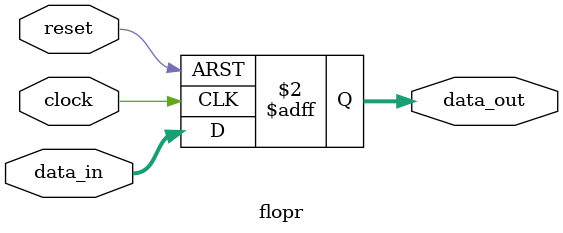
<source format=v>
module flopr #(parameter WIDTH = 8) (
    input clock, reset,
    input [WIDTH-1:0] data_in,
    output reg [WIDTH-1:0] data_out
);
always @(posedge clock or posedge reset)
    if (reset)
        data_out <= 0;
    else
        data_out <= data_in;
endmodule
</source>
